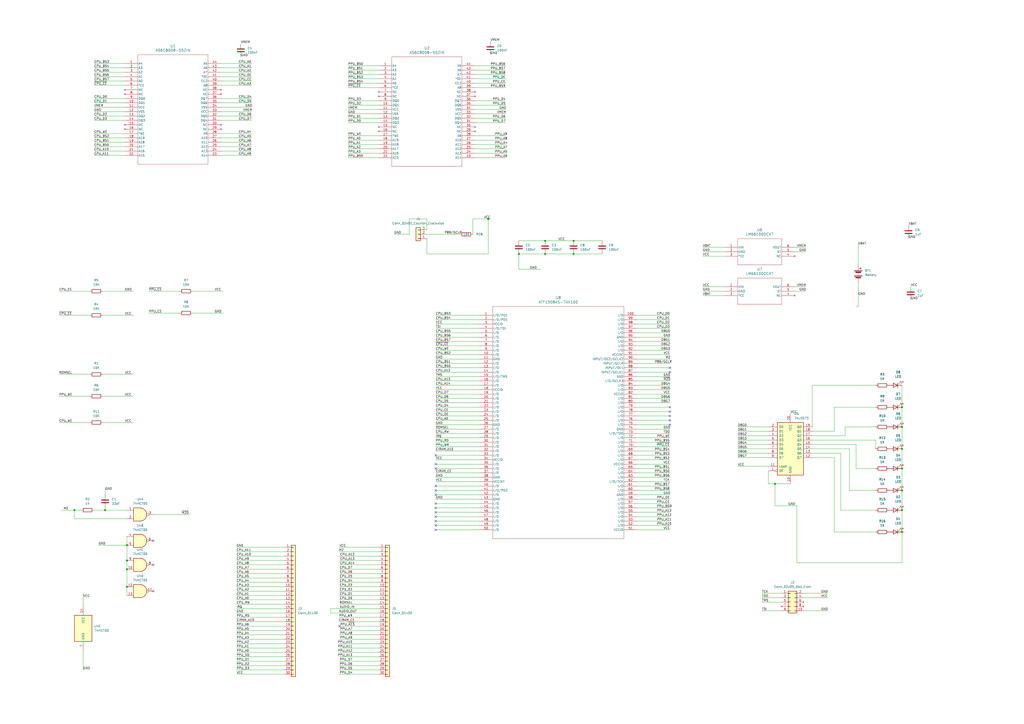
<source format=kicad_sch>
(kicad_sch (version 20231120) (generator "eeschema") (generator_version "8.0")
  (paper "A2")
  (junction (at 73.66 325.12))
  (junction (at 523.24 295.91))
  (junction (at 316.23 147.32))
  (junction (at 300.99 147.32))
  (junction (at 73.66 316.23))
  (junction (at 523.24 308.61))
  (junction (at 449.58 280.67))
  (junction (at 332.74 139.7))
  (junction (at 523.24 236.22))
  (junction (at 523.24 271.78))
  (junction (at 523.24 284.48))
  (junction (at 316.23 139.7))
  (junction (at 283.21 127))
  (junction (at 60.96 295.91))
  (junction (at 73.66 340.36))
  (junction (at 43.18 295.91))
  (junction (at 523.24 247.65))
  (junction (at 73.66 330.2))
  (junction (at 523.24 260.35))
  (junction (at 332.74 147.32))
  (no_connect (at 252.73 294.64))
  (no_connect (at 388.62 236.22))
  (no_connect (at 388.62 243.84))
  (no_connect (at 388.62 241.3))
  (no_connect (at 388.62 215.9))
  (no_connect (at 252.73 284.48))
  (no_connect (at 252.73 281.94))
  (no_connect (at 196.85 363.22))
  (no_connect (at 252.73 297.18))
  (no_connect (at 88.9 342.9))
  (no_connect (at 388.62 213.36))
  (no_connect (at 252.73 304.8))
  (no_connect (at 252.73 264.16))
  (no_connect (at 252.73 292.1))
  (no_connect (at 388.62 238.76))
  (no_connect (at 388.62 246.38))
  (no_connect (at 252.73 287.02))
  (no_connect (at 252.73 307.34))
  (no_connect (at 88.9 327.66))
  (no_connect (at 252.73 271.78))
  (no_connect (at 88.9 313.69))
  (no_connect (at 252.73 269.24))
  (no_connect (at 252.73 299.72))
  (no_connect (at 252.73 302.26))
  (wire (pts (xy 275.59 66.04) (xy 293.37 66.04)))
  (wire (pts (xy 252.73 294.64) (xy 278.13 294.64)))
  (wire (pts (xy 34.29 217.17) (xy 52.07 217.17)))
  (wire (pts (xy 369.57 251.46) (xy 388.62 251.46)))
  (wire (pts (xy 508 284.48) (xy 492.76 284.48)))
  (wire (pts (xy 523.24 247.65) (xy 523.24 260.35)))
  (wire (pts (xy 137.16 345.44) (xy 165.1 345.44)))
  (wire (pts (xy 59.69 182.88) (xy 77.47 182.88)))
  (wire (pts (xy 496.57 257.81) (xy 471.17 257.81)))
  (wire (pts (xy 316.23 139.7) (xy 332.74 139.7)))
  (wire (pts (xy 201.93 38.1) (xy 219.71 38.1)))
  (wire (pts (xy 228.6 135.89) (xy 237.49 135.89)))
  (wire (pts (xy 369.57 248.92) (xy 388.62 248.92)))
  (wire (pts (xy 88.9 298.45) (xy 110.49 298.45)))
  (wire (pts (xy 73.66 295.91) (xy 60.96 295.91)))
  (wire (pts (xy 369.57 208.28) (xy 388.62 208.28)))
  (wire (pts (xy 54.61 59.69) (xy 72.39 59.69)))
  (wire (pts (xy 252.73 251.46) (xy 278.13 251.46)))
  (wire (pts (xy 128.27 64.77) (xy 146.05 64.77)))
  (wire (pts (xy 54.61 64.77) (xy 72.39 64.77)))
  (wire (pts (xy 201.93 86.36) (xy 219.71 86.36)))
  (wire (pts (xy 54.61 36.83) (xy 72.39 36.83)))
  (wire (pts (xy 252.73 261.62) (xy 278.13 261.62)))
  (wire (pts (xy 54.61 90.17) (xy 72.39 90.17)))
  (wire (pts (xy 201.93 81.28) (xy 219.71 81.28)))
  (wire (pts (xy 275.59 40.64) (xy 293.37 40.64)))
  (wire (pts (xy 137.16 370.84) (xy 165.1 370.84)))
  (wire (pts (xy 407.67 146.05) (xy 420.37 146.05)))
  (wire (pts (xy 137.16 320.04) (xy 165.1 320.04)))
  (wire (pts (xy 369.57 287.02) (xy 388.62 287.02)))
  (wire (pts (xy 252.73 289.56) (xy 278.13 289.56)))
  (wire (pts (xy 252.73 241.3) (xy 278.13 241.3)))
  (wire (pts (xy 137.16 386.08) (xy 165.1 386.08)))
  (wire (pts (xy 73.66 330.2) (xy 73.66 340.36)))
  (wire (pts (xy 369.57 193.04) (xy 388.62 193.04)))
  (wire (pts (xy 252.73 243.84) (xy 278.13 243.84)))
  (wire (pts (xy 54.61 69.85) (xy 72.39 69.85)))
  (wire (pts (xy 128.27 87.63) (xy 146.05 87.63)))
  (wire (pts (xy 523.24 326.39) (xy 462.28 326.39)))
  (wire (pts (xy 252.73 218.44) (xy 278.13 218.44)))
  (wire (pts (xy 201.93 45.72) (xy 219.71 45.72)))
  (wire (pts (xy 461.01 166.37) (xy 467.36 166.37)))
  (wire (pts (xy 54.61 44.45) (xy 72.39 44.45)))
  (wire (pts (xy 369.57 279.4) (xy 388.62 279.4)))
  (wire (pts (xy 137.16 365.76) (xy 165.1 365.76)))
  (wire (pts (xy 445.77 273.05) (xy 445.77 280.67)))
  (wire (pts (xy 137.16 355.6) (xy 165.1 355.6)))
  (wire (pts (xy 137.16 325.12) (xy 165.1 325.12)))
  (wire (pts (xy 219.71 370.84) (xy 196.85 370.84)))
  (wire (pts (xy 369.57 304.8) (xy 388.62 304.8)))
  (wire (pts (xy 483.87 250.19) (xy 483.87 236.22)))
  (wire (pts (xy 369.57 233.68) (xy 388.62 233.68)))
  (wire (pts (xy 54.61 41.91) (xy 72.39 41.91)))
  (wire (pts (xy 128.27 59.69) (xy 146.05 59.69)))
  (wire (pts (xy 369.57 226.06) (xy 388.62 226.06)))
  (wire (pts (xy 332.74 139.7) (xy 349.25 139.7)))
  (wire (pts (xy 369.57 256.54) (xy 388.62 256.54)))
  (wire (pts (xy 369.57 292.1) (xy 388.62 292.1)))
  (wire (pts (xy 487.68 262.89) (xy 487.68 295.91)))
  (wire (pts (xy 369.57 231.14) (xy 388.62 231.14)))
  (wire (pts (xy 137.16 327.66) (xy 165.1 327.66)))
  (wire (pts (xy 369.57 259.08) (xy 388.62 259.08)))
  (wire (pts (xy 73.66 311.15) (xy 73.66 316.23)))
  (wire (pts (xy 201.93 91.44) (xy 219.71 91.44)))
  (wire (pts (xy 252.73 231.14) (xy 278.13 231.14)))
  (wire (pts (xy 332.74 147.32) (xy 349.25 147.32)))
  (wire (pts (xy 466.09 344.17) (xy 480.06 344.17)))
  (wire (pts (xy 369.57 220.98) (xy 388.62 220.98)))
  (wire (pts (xy 252.73 246.38) (xy 278.13 246.38)))
  (wire (pts (xy 128.27 77.47) (xy 146.05 77.47)))
  (wire (pts (xy 369.57 203.2) (xy 388.62 203.2)))
  (wire (pts (xy 252.73 200.66) (xy 278.13 200.66)))
  (wire (pts (xy 252.73 276.86) (xy 278.13 276.86)))
  (wire (pts (xy 449.58 280.67) (xy 449.58 293.37)))
  (wire (pts (xy 369.57 302.26) (xy 388.62 302.26)))
  (wire (pts (xy 407.67 171.45) (xy 420.37 171.45)))
  (wire (pts (xy 54.61 77.47) (xy 72.39 77.47)))
  (wire (pts (xy 275.59 81.28) (xy 293.37 81.28)))
  (wire (pts (xy 191.77 353.06) (xy 191.77 355.6)))
  (wire (pts (xy 57.15 316.23) (xy 73.66 316.23)))
  (wire (pts (xy 508 271.78) (xy 496.57 271.78)))
  (wire (pts (xy 252.73 266.7) (xy 278.13 266.7)))
  (wire (pts (xy 137.16 391.16) (xy 165.1 391.16)))
  (wire (pts (xy 427.99 252.73) (xy 445.77 252.73)))
  (wire (pts (xy 252.73 297.18) (xy 278.13 297.18)))
  (wire (pts (xy 219.71 340.36) (xy 196.85 340.36)))
  (wire (pts (xy 54.61 82.55) (xy 72.39 82.55)))
  (wire (pts (xy 316.23 147.32) (xy 332.74 147.32)))
  (wire (pts (xy 219.71 381) (xy 196.85 381)))
  (wire (pts (xy 252.73 304.8) (xy 278.13 304.8)))
  (wire (pts (xy 252.73 210.82) (xy 278.13 210.82)))
  (wire (pts (xy 201.93 71.12) (xy 219.71 71.12)))
  (wire (pts (xy 252.73 193.04) (xy 278.13 193.04)))
  (wire (pts (xy 137.16 342.9) (xy 165.1 342.9)))
  (wire (pts (xy 137.16 358.14) (xy 165.1 358.14)))
  (wire (pts (xy 60.96 295.91) (xy 60.96 294.64)))
  (wire (pts (xy 369.57 215.9) (xy 388.62 215.9)))
  (wire (pts (xy 219.71 368.3) (xy 196.85 368.3)))
  (wire (pts (xy 34.29 182.88) (xy 52.07 182.88)))
  (wire (pts (xy 73.66 325.12) (xy 73.66 330.2)))
  (wire (pts (xy 369.57 190.5) (xy 388.62 190.5)))
  (wire (pts (xy 441.96 344.17) (xy 453.39 344.17)))
  (wire (pts (xy 201.93 88.9) (xy 219.71 88.9)))
  (wire (pts (xy 252.73 198.12) (xy 278.13 198.12)))
  (wire (pts (xy 369.57 284.48) (xy 388.62 284.48)))
  (wire (pts (xy 283.21 127) (xy 284.48 127)))
  (wire (pts (xy 54.61 57.15) (xy 72.39 57.15)))
  (wire (pts (xy 497.84 163.83) (xy 497.84 177.8)))
  (wire (pts (xy 252.73 269.24) (xy 278.13 269.24)))
  (wire (pts (xy 34.29 229.87) (xy 52.07 229.87)))
  (wire (pts (xy 252.73 233.68) (xy 278.13 233.68)))
  (wire (pts (xy 219.71 365.76) (xy 196.85 365.76)))
  (wire (pts (xy 59.69 229.87) (xy 77.47 229.87)))
  (wire (pts (xy 275.59 50.8) (xy 293.37 50.8)))
  (wire (pts (xy 466.09 354.33) (xy 480.06 354.33)))
  (wire (pts (xy 137.16 353.06) (xy 165.1 353.06)))
  (wire (pts (xy 128.27 85.09) (xy 146.05 85.09)))
  (wire (pts (xy 219.71 337.82) (xy 196.85 337.82)))
  (wire (pts (xy 523.24 295.91) (xy 523.24 308.61)))
  (wire (pts (xy 137.16 330.2) (xy 165.1 330.2)))
  (wire (pts (xy 86.36 181.61) (xy 104.14 181.61)))
  (wire (pts (xy 427.99 262.89) (xy 445.77 262.89)))
  (wire (pts (xy 252.73 271.78) (xy 278.13 271.78)))
  (wire (pts (xy 128.27 41.91) (xy 146.05 41.91)))
  (wire (pts (xy 369.57 274.32) (xy 388.62 274.32)))
  (wire (pts (xy 219.71 360.68) (xy 196.85 360.68)))
  (wire (pts (xy 252.73 254) (xy 278.13 254)))
  (wire (pts (xy 471.17 255.27) (xy 508 255.27)))
  (wire (pts (xy 252.73 215.9) (xy 278.13 215.9)))
  (wire (pts (xy 219.71 378.46) (xy 196.85 378.46)))
  (wire (pts (xy 369.57 187.96) (xy 388.62 187.96)))
  (wire (pts (xy 407.67 168.91) (xy 420.37 168.91)))
  (wire (pts (xy 508 247.65) (xy 490.22 247.65)))
  (wire (pts (xy 219.71 342.9) (xy 196.85 342.9)))
  (wire (pts (xy 237.49 135.89) (xy 237.49 127)))
  (wire (pts (xy 369.57 218.44) (xy 388.62 218.44)))
  (wire (pts (xy 275.59 78.74) (xy 293.37 78.74)))
  (wire (pts (xy 252.73 302.26) (xy 278.13 302.26)))
  (wire (pts (xy 461.01 143.51) (xy 467.36 143.51)))
  (wire (pts (xy 137.16 350.52) (xy 165.1 350.52)))
  (wire (pts (xy 252.73 299.72) (xy 278.13 299.72)))
  (wire (pts (xy 427.99 265.43) (xy 445.77 265.43)))
  (wire (pts (xy 369.57 254) (xy 388.62 254)))
  (wire (pts (xy 137.16 378.46) (xy 165.1 378.46)))
  (wire (pts (xy 111.76 181.61) (xy 129.54 181.61)))
  (wire (pts (xy 219.71 373.38) (xy 196.85 373.38)))
  (wire (pts (xy 523.24 284.48) (xy 523.24 295.91)))
  (wire (pts (xy 86.36 168.91) (xy 104.14 168.91)))
  (wire (pts (xy 219.71 375.92) (xy 196.85 375.92)))
  (wire (pts (xy 508 308.61) (xy 483.87 308.61)))
  (wire (pts (xy 219.71 350.52) (xy 196.85 350.52)))
  (wire (pts (xy 300.99 139.7) (xy 316.23 139.7)))
  (wire (pts (xy 275.59 63.5) (xy 293.37 63.5)))
  (wire (pts (xy 201.93 66.04) (xy 219.71 66.04)))
  (wire (pts (xy 252.73 208.28) (xy 278.13 208.28)))
  (wire (pts (xy 60.96 283.21) (xy 60.96 287.02)))
  (wire (pts (xy 247.65 135.89) (xy 266.7 135.89)))
  (wire (pts (xy 34.29 168.91) (xy 52.07 168.91)))
  (wire (pts (xy 369.57 238.76) (xy 388.62 238.76)))
  (wire (pts (xy 441.96 349.25) (xy 453.39 349.25)))
  (wire (pts (xy 54.61 80.01) (xy 72.39 80.01)))
  (wire (pts (xy 219.71 386.08) (xy 196.85 386.08)))
  (wire (pts (xy 508 223.52) (xy 471.17 223.52)))
  (wire (pts (xy 34.29 245.11) (xy 52.07 245.11)))
  (wire (pts (xy 523.24 308.61) (xy 523.24 326.39)))
  (wire (pts (xy 137.16 340.36) (xy 165.1 340.36)))
  (wire (pts (xy 219.71 388.62) (xy 196.85 388.62)))
  (wire (pts (xy 369.57 185.42) (xy 388.62 185.42)))
  (wire (pts (xy 369.57 200.66) (xy 388.62 200.66)))
  (wire (pts (xy 252.73 195.58) (xy 278.13 195.58)))
  (wire (pts (xy 369.57 182.88) (xy 388.62 182.88)))
  (wire (pts (xy 523.24 271.78) (xy 523.24 284.48)))
  (wire (pts (xy 137.16 383.54) (xy 165.1 383.54)))
  (wire (pts (xy 137.16 337.82) (xy 165.1 337.82)))
  (wire (pts (xy 54.61 67.31) (xy 72.39 67.31)))
  (wire (pts (xy 275.59 71.12) (xy 293.37 71.12)))
  (wire (pts (xy 369.57 297.18) (xy 388.62 297.18)))
  (wire (pts (xy 128.27 49.53) (xy 146.05 49.53)))
  (wire (pts (xy 445.77 280.67) (xy 449.58 280.67)))
  (wire (pts (xy 252.73 187.96) (xy 278.13 187.96)))
  (wire (pts (xy 369.57 281.94) (xy 388.62 281.94)))
  (wire (pts (xy 496.57 271.78) (xy 496.57 257.81)))
  (wire (pts (xy 201.93 43.18) (xy 219.71 43.18)))
  (wire (pts (xy 407.67 143.51) (xy 420.37 143.51)))
  (wire (pts (xy 369.57 198.12) (xy 388.62 198.12)))
  (wire (pts (xy 219.71 332.74) (xy 196.85 332.74)))
  (wire (pts (xy 369.57 205.74) (xy 388.62 205.74)))
  (wire (pts (xy 369.57 228.6) (xy 388.62 228.6)))
  (wire (pts (xy 427.99 250.19) (xy 445.77 250.19)))
  (wire (pts (xy 274.32 127) (xy 283.21 127)))
  (wire (pts (xy 275.59 38.1) (xy 293.37 38.1)))
  (wire (pts (xy 252.73 238.76) (xy 278.13 238.76)))
  (wire (pts (xy 369.57 307.34) (xy 388.62 307.34)))
  (wire (pts (xy 274.32 127) (xy 274.32 135.89)))
  (wire (pts (xy 369.57 294.64) (xy 388.62 294.64)))
  (wire (pts (xy 252.73 284.48) (xy 278.13 284.48)))
  (wire (pts (xy 483.87 308.61) (xy 483.87 265.43)))
  (wire (pts (xy 427.99 255.27) (xy 445.77 255.27)))
  (wire (pts (xy 219.71 330.2) (xy 196.85 330.2)))
  (wire (pts (xy 471.17 250.19) (xy 483.87 250.19)))
  (wire (pts (xy 275.59 45.72) (xy 293.37 45.72)))
  (wire (pts (xy 48.26 377.19) (xy 48.26 388.62)))
  (wire (pts (xy 369.57 289.56) (xy 388.62 289.56)))
  (wire (pts (xy 128.27 80.01) (xy 146.05 80.01)))
  (wire (pts (xy 219.71 322.58) (xy 196.85 322.58)))
  (wire (pts (xy 275.59 91.44) (xy 293.37 91.44)))
  (wire (pts (xy 275.59 60.96) (xy 293.37 60.96)))
  (wire (pts (xy 523.24 236.22) (xy 523.24 247.65)))
  (wire (pts (xy 252.73 223.52) (xy 278.13 223.52)))
  (wire (pts (xy 252.73 182.88) (xy 278.13 182.88)))
  (wire (pts (xy 407.67 166.37) (xy 420.37 166.37)))
  (wire (pts (xy 219.71 320.04) (xy 196.85 320.04)))
  (wire (pts (xy 523.24 308.61) (xy 524.51 308.61)))
  (wire (pts (xy 128.27 67.31) (xy 146.05 67.31)))
  (wire (pts (xy 237.49 127) (xy 247.65 127)))
  (wire (pts (xy 59.69 217.17) (xy 77.47 217.17)))
  (wire (pts (xy 407.67 148.59) (xy 420.37 148.59)))
  (wire (pts (xy 275.59 68.58) (xy 293.37 68.58)))
  (wire (pts (xy 252.73 292.1) (xy 278.13 292.1)))
  (wire (pts (xy 492.76 284.48) (xy 492.76 260.35)))
  (wire (pts (xy 219.71 327.66) (xy 196.85 327.66)))
  (wire (pts (xy 128.27 46.99) (xy 146.05 46.99)))
  (wire (pts (xy 252.73 236.22) (xy 278.13 236.22)))
  (wire (pts (xy 275.59 88.9) (xy 293.37 88.9)))
  (wire (pts (xy 427.99 270.51) (xy 445.77 270.51)))
  (wire (pts (xy 219.71 363.22) (xy 196.85 363.22)))
  (wire (pts (xy 54.61 295.91) (xy 60.96 295.91)))
  (wire (pts (xy 137.16 322.58) (xy 165.1 322.58)))
  (wire (pts (xy 369.57 195.58) (xy 388.62 195.58)))
  (wire (pts (xy 252.73 220.98) (xy 278.13 220.98)))
  (wire (pts (xy 461.01 168.91) (xy 467.36 168.91)))
  (wire (pts (xy 490.22 247.65) (xy 490.22 252.73)))
  (wire (pts (xy 449.58 293.37) (xy 462.28 293.37)))
  (wire (pts (xy 201.93 58.42) (xy 219.71 58.42)))
  (wire (pts (xy 427.99 257.81) (xy 445.77 257.81)))
  (wire (pts (xy 73.66 340.36) (xy 73.66 345.44)))
  (wire (pts (xy 201.93 68.58) (xy 219.71 68.58)))
  (wire (pts (xy 466.09 346.71) (xy 480.06 346.71)))
  (wire (pts (xy 137.16 375.92) (xy 165.1 375.92)))
  (wire (pts (xy 137.16 368.3) (xy 165.1 368.3)))
  (wire (pts (xy 219.71 317.5) (xy 196.85 317.5)))
  (wire (pts (xy 252.73 248.92) (xy 278.13 248.92)))
  (wire (pts (xy 300.99 147.32) (xy 300.99 156.21)))
  (wire (pts (xy 43.18 295.91) (xy 46.99 295.91)))
  (wire (pts (xy 369.57 223.52) (xy 388.62 223.52)))
  (wire (pts (xy 54.61 85.09) (xy 72.39 85.09)))
  (wire (pts (xy 128.27 39.37) (xy 146.05 39.37)))
  (wire (pts (xy 490.22 252.73) (xy 471.17 252.73)))
  (wire (pts (xy 523.24 223.52) (xy 523.24 236.22)))
  (wire (pts (xy 201.93 60.96) (xy 219.71 60.96)))
  (wire (pts (xy 252.73 287.02) (xy 278.13 287.02)))
  (wire (pts (xy 201.93 48.26) (xy 219.71 48.26)))
  (wire (pts (xy 137.16 347.98) (xy 165.1 347.98)))
  (wire (pts (xy 137.16 360.68) (xy 165.1 360.68)))
  (wire (pts (xy 275.59 58.42) (xy 293.37 58.42)))
  (wire (pts (xy 252.73 203.2) (xy 278.13 203.2)))
  (wire (pts (xy 300.99 147.32) (xy 316.23 147.32)))
  (wire (pts (xy 300.99 156.21) (xy 313.69 156.21)))
  (wire (pts (xy 483.87 265.43) (xy 471.17 265.43)))
  (wire (pts (xy 219.71 347.98) (xy 196.85 347.98)))
  (wire (pts (xy 523.24 260.35) (xy 523.24 271.78)))
  (wire (pts (xy 201.93 63.5) (xy 219.71 63.5)))
  (wire (pts (xy 252.73 256.54) (xy 278.13 256.54)))
  (wire (pts (xy 369.57 243.84) (xy 388.62 243.84)))
  (wire (pts (xy 487.68 295.91) (xy 508 295.91)))
  (wire (pts (xy 128.27 44.45) (xy 146.05 44.45)))
  (wire (pts (xy 201.93 40.64) (xy 219.71 40.64)))
  (wire (pts (xy 252.73 185.42) (xy 278.13 185.42)))
  (wire (pts (xy 275.59 48.26) (xy 293.37 48.26)))
  (wire (pts (xy 59.69 245.11) (xy 77.47 245.11)))
  (wire (pts (xy 496.57 177.8) (xy 497.84 177.8)))
  (wire (pts (xy 43.18 300.99) (xy 43.18 295.91)))
  (wire (pts (xy 48.26 344.17) (xy 48.26 351.79)))
  (wire (pts (xy 252.73 264.16) (xy 278.13 264.16)))
  (wire (pts (xy 219.71 383.54) (xy 196.85 383.54)))
  (wire (pts (xy 191.77 353.06) (xy 219.71 353.06)))
  (wire (pts (xy 369.57 269.24) (xy 388.62 269.24)))
  (wire (pts (xy 252.73 213.36) (xy 278.13 213.36)))
  (wire (pts (xy 497.84 140.97) (xy 497.84 153.67)))
  (wire (pts (xy 283.21 147.32) (xy 283.21 127)))
  (wire (pts (xy 128.27 36.83) (xy 146.05 36.83)))
  (wire (pts (xy 462.28 326.39) (xy 462.28 293.37)))
  (wire (pts (xy 252.73 281.94) (xy 278.13 281.94)))
  (wire (pts (xy 137.16 381) (xy 165.1 381)))
  (wire (pts (xy 191.77 355.6) (xy 219.71 355.6)))
  (wire (pts (xy 54.61 39.37) (xy 72.39 39.37)))
  (wire (pts (xy 128.27 57.15) (xy 146.05 57.15)))
  (wire (pts (xy 252.73 190.5) (xy 278.13 190.5)))
  (wire (pts (xy 54.61 46.99) (xy 72.39 46.99)))
  (wire (pts (xy 369.57 236.22) (xy 388.62 236.22)))
  (wire (pts (xy 128.27 62.23) (xy 146.05 62.23)))
  (wire (pts (xy 128.27 69.85) (xy 146.05 69.85)))
  (wire (pts (xy 369.57 210.82) (xy 388.62 210.82)))
  (wire (pts (xy 247.65 147.32) (xy 283.21 147.32)))
  (wire (pts (xy 252.73 228.6) (xy 278.13 228.6)))
  (wire (pts (xy 275.59 83.82) (xy 293.37 83.82)))
  (wire (pts (xy 137.16 363.22) (xy 165.1 363.22)))
  (wire (pts (xy 252.73 307.34) (xy 278.13 307.34)))
  (wire (pts (xy 137.16 335.28) (xy 165.1 335.28)))
  (wire (pts (xy 483.87 236.22) (xy 508 236.22)))
  (wire (pts (xy 219.71 358.14) (xy 196.85 358.14)))
  (wire (pts (xy 137.16 388.62) (xy 165.1 388.62)))
  (wire (pts (xy 73.66 316.23) (xy 73.66 325.12)))
  (wire (pts (xy 471.17 223.52) (xy 471.17 247.65)))
  (wire (pts (xy 427.99 247.65) (xy 445.77 247.65)))
  (wire (pts (xy 73.66 300.99) (xy 43.18 300.99)))
  (wire (pts (xy 54.61 49.53) (xy 72.39 49.53)))
  (wire (pts (xy 54.61 62.23) (xy 72.39 62.23)))
  (wire (pts (xy 275.59 43.18) (xy 293.37 43.18)))
  (wire (pts (xy 369.57 241.3) (xy 388.62 241.3)))
  (wire (pts (xy 441.96 354.33) (xy 453.39 354.33)))
  (wire (pts (xy 219.71 345.44) (xy 196.85 345.44)))
  (wire (pts (xy 219.71 325.12) (xy 196.85 325.12)))
  (wire (pts (xy 54.61 87.63) (xy 72.39 87.63)))
  (wire (pts (xy 35.56 295.91) (xy 43.18 295.91)))
  (wire (pts (xy 449.58 280.67) (xy 458.47 280.67)))
  (wire (pts (xy 441.96 346.71) (xy 453.39 346.71)))
  (wire (pts (xy 137.16 317.5) (xy 165.1 317.5)))
  (wire (pts (xy 369.57 264.16) (xy 388.62 264.16)))
  (wire (pts (xy 111.76 168.91) (xy 129.54 168.91)))
  (wire (pts (xy 252.73 279.4) (xy 278.13 279.4)))
  (wire (pts (xy 508 255.27) (xy 508 260.35)))
  (wire (pts (xy 201.93 83.82) (xy 219.71 83.82)))
  (wire (pts (xy 201.93 50.8) (xy 219.71 50.8)))
  (wire (pts (xy 492.76 260.35) (xy 471.17 260.35)))
  (wire (pts (xy 252.73 274.32) (xy 278.13 274.32)))
  (wire (pts (xy 461.01 146.05) (xy 467.36 146.05)))
  (wire (pts (xy 369.57 246.38) (xy 388.62 246.38)))
  (wire (pts (xy 137.16 373.38) (xy 165.1 373.38)))
  (wire (pts (xy 369.57 271.78) (xy 388.62 271.78)))
  (wire (pts (xy 369.57 299.72) (xy 388.62 299.72)))
  (wire (pts (xy 128.27 90.17) (xy 146.05 90.17)))
  (wire (pts (xy 252.73 259.08) (xy 278.13 259.08)))
  (wire (pts (xy 369.57 266.7) (xy 388.62 266.7)))
  (wire (pts (xy 219.71 391.16) (xy 196.85 391.16)))
  (wire (pts (xy 471.17 262.89) (xy 487.68 262.89)))
  (wire (pts (xy 369.57 213.36) (xy 388.62 213.36)))
  (wire (pts (xy 275.59 86.36) (xy 293.37 86.36)))
  (wire (pts (xy 137.16 332.74) (xy 165.1 332.74)))
  (wire (pts (xy 128.27 82.55) (xy 146.05 82.55)))
  (wire (pts (xy 252.73 226.06) (xy 278.13 226.06)))
  (wire (pts (xy 219.71 335.28) (xy 196.85 335.28)))
  (wire (pts (xy 247.65 127) (xy 247.65 133.35)))
  (wire (pts (xy 201.93 78.74) (xy 219.71 78.74)))
  (wire (pts (xy 252.73 205.74) (xy 278.13 205.74)))
  (wire (pts (xy 59.69 168.91) (xy 77.47 168.91)))
  (wire (pts (xy 369.57 276.86) (xy 388.62 276.86)))
  (wire (pts (xy 247.65 138.43) (xy 247.65 147.32)))
  (wire (pts (xy 427.99 260.35) (xy 445.77 260.35)))
  (wire (pts (xy 369.57 261.62) (xy 388.62 261.62)))
  (label "GND" (at 142.24 62.23 0))
  (label "CPU_OE" (at 138.43 44.45 0))
  (label "VMEM" (at 201.93 63.5 0))
  (label "PPU_BS7" (at 284.48 40.64 0))
  (label "PPU_D7" (at 285.75 71.12 0))
  (label "CIRAM_CE" (at 252.73 274.32 0))
  (label "GND" (at 48.26 388.62 0))
  (label "VMEM" (at 54.61 62.23 0))
  (label "TMS" (at 441.96 349.25 0))
  (label "PPU_RD" (at 252.73 256.54 0))
  (label "PPU_WE" (at 34.29 229.87 0))
  (label "CIRAM_A10" (at 252.73 261.62 0))
  (label "CPU_BS6" (at 252.73 195.58 0))
  (label "GND" (at 407.67 146.05 0))
  (label "PPU_BS6" (at 379.73 276.86 0))
  (label "CPU_D2" (at 204.47 342.9 180))
  (label "CPU_A12" (at 205.74 322.58 180))
  (label "VCC" (at 458.47 240.03 0))
  (label "PPU_A11" (at 204.47 375.92 180))
  (label "VCC" (at 427.99 270.51 0))
  (label "PPU_BS6" (at 284.48 38.1 0))
  (label "VCC" (at 252.73 226.06 0))
  (label "GND" (at 284.48 31.75 0))
  (label "PPU_BS2" (at 379.73 266.7 0))
  (label "GND" (at 476.25 344.17 0))
  (label "PPU_D0" (at 137.16 381 0))
  (label "PPU_A0" (at 201.93 81.28 0))
  (label "CPU_BS3" (at 252.73 182.88 0))
  (label "~{M2D}" (at 384.81 220.98 0))
  (label "DBG7" (at 427.99 265.43 0))
  (label "CPU_A5" (at 137.16 335.28 0))
  (label "GND" (at 252.73 208.28 0))
  (label "VCC" (at 48.26 346.71 0))
  (label "CPU_D0" (at 204.47 347.98 180))
  (label "PPU_A10" (at 381 304.8 0))
  (label "PPU_WR" (at 252.73 259.08 0))
  (label "GND" (at 137.16 355.6 0))
  (label "PPU_D7" (at 204.47 383.54 180))
  (label "GND" (at 57.15 316.23 0))
  (label "PPU_D4" (at 204.47 391.16 180))
  (label "GND" (at 384.81 287.02 0))
  (label "DBG6" (at 427.99 262.89 0))
  (label "GND" (at 384.81 218.44 0))
  (label "VCC" (at 72.39 182.88 0))
  (label "~{PPU_CE}" (at 201.93 50.8 0))
  (label "PPU_BS9" (at 381 294.64 0))
  (label "CPU_CE" (at 34.29 168.91 0))
  (label "PPU_A1" (at 137.16 375.92 0))
  (label "ROMSEL" (at 204.47 350.52 180))
  (label "CPU_A7" (at 137.16 330.2 0))
  (label "PPU_A7" (at 287.02 86.36 0))
  (label "VCC" (at 323.85 139.7 0))
  (label "GND" (at 72.39 168.91 0))
  (label "PPU_D5" (at 204.47 388.62 180))
  (label "PPU_A3" (at 137.16 370.84 0))
  (label "PPU_A9" (at 287.02 78.74 0))
  (label "VCC" (at 528.32 166.37 0))
  (label "PPU_D1" (at 137.16 383.54 0))
  (label "DBG3" (at 427.99 255.27 0))
  (label "GND" (at 463.55 146.05 0))
  (label "PPU_BS7" (at 379.73 281.94 0))
  (label "PPU_D5" (at 285.75 60.96 0))
  (label "PPU_A0" (at 137.16 378.46 0))
  (label "CPU_A9" (at 138.43 90.17 0))
  (label "PPU_CE" (at 86.36 181.61 0))
  (label "TMS" (at 252.73 218.44 0))
  (label "CPU_BS7" (at 54.61 46.99 0))
  (label "CPU_D0" (at 54.61 57.15 0))
  (label "CPU_BS4" (at 252.73 185.42 0))
  (label "CPU_BS4" (at 54.61 39.37 0))
  (label "VBAT" (at 527.05 130.81 0))
  (label "~{M2D}" (at 105.41 298.45 0))
  (label "CPU_A2" (at 138.43 41.91 0))
  (label "DBG7" (at 383.54 233.68 0))
  (label "CPU_A13" (at 252.73 220.98 0))
  (label "CPU_A4" (at 138.43 77.47 0))
  (label "CPU_D6" (at 138.43 67.31 0))
  (label "~{CPU_CE}" (at 54.61 49.53 0))
  (label "PPU_BS0" (at 201.93 38.1 0))
  (label "~{CPU_CE}" (at 252.73 200.66 0))
  (label "TCK" (at 441.96 344.17 0))
  (label "PPU_A6" (at 287.02 91.44 0))
  (label "PPU_D6" (at 285.75 68.58 0))
  (label "CIRAM_A10" (at 137.16 360.68 0))
  (label "VCC" (at 407.67 148.59 0))
  (label "VCC" (at 252.73 187.96 0))
  (label "PPU_BS8" (at 379.73 284.48 0))
  (label "PPU_CE" (at 285.75 48.26 0))
  (label "CPU_A0" (at 138.43 36.83 0))
  (label "GND" (at 201.93 66.04 0))
  (label "CPU_RW" (at 252.73 251.46 0))
  (label "CPU_WE" (at 34.29 245.11 0))
  (label "VMEM" (at 288.29 66.04 0))
  (label "CPU_D2" (at 54.61 67.31 0))
  (label "CPU_D4" (at 138.43 57.15 0))
  (label "CPU_A1" (at 137.16 345.44 0))
  (label "VCC" (at 124.46 168.91 0))
  (label "CPU_A3" (at 138.43 49.53 0))
  (label "VCC" (at 384.81 269.24 0))
  (label "PPU_A11" (at 381 302.26 0))
  (label "CPU_BS2" (at 252.73 205.74 0))
  (label "VMEM" (at 140.97 64.77 0))
  (label "CPU_A11" (at 54.61 90.17 0))
  (label "CPU_BS5" (at 54.61 41.91 0))
  (label "CPU_BS1" (at 252.73 210.82 0))
  (label "GND" (at 252.73 289.56 0))
  (label "TDI" (at 252.73 190.5 0))
  (label "CPU_A1" (at 138.43 39.37 0))
  (label "DBG4" (at 383.54 223.52 0))
  (label "CPU_CE" (at 252.73 238.76 0))
  (label "M2" (at 386.08 208.28 0))
  (label "DBG5" (at 383.54 226.06 0))
  (label "CPU_D5" (at 252.73 233.68 0))
  (label "CPU_BS1" (at 54.61 82.55 0))
  (label "CPU_D5" (at 138.43 59.69 0))
  (label "VMEM" (at 139.7 25.4 0))
  (label "CPU_A0" (at 252.73 243.84 0))
  (label "CIRAM_CE" (at 205.74 360.68 180))
  (label "PPU_BS1" (at 379.73 271.78 0))
  (label "CPU_D5" (at 204.47 335.28 180))
  (label "DBG5" (at 427.99 260.35 0))
  (label "CPU_A14" (at 205.74 327.66 180))
  (label "CPU_A3" (at 137.16 340.36 0))
  (label "DBG3" (at 383.54 203.2 0))
  (label "IRQ" (at 252.73 254 0))
  (label "DBG4" (at 427.99 257.81 0))
  (label "CPU_D3" (at 381 190.5 0))
  (label "VBAT" (at 407.67 171.45 0))
  (label "M2" (at 199.39 320.04 180))
  (label "GND" (at 289.56 63.5 0))
  (label "CPU_D3" (at 54.61 69.85 0))
  (label "PPU_A4" (at 287.02 83.82 0))
  (label "PPU_BS5" (at 379.73 256.54 0))
  (label "PPU_A8" (at 204.47 368.3 180))
  (label "VCC" (at 384.81 205.74 0))
  (label "DBG1" (at 383.54 198.12 0))
  (label "CPU_A8" (at 138.43 87.63 0))
  (label "CPU_WE" (at 252.73 203.2 0))
  (label "CPU_WE" (at 54.61 77.47 0))
  (label "PPU_A7" (at 204.47 365.76 180))
  (label "CPU_BS2" (at 54.61 80.01 0))
  (label "TCK" (at 384.81 279.4 0))
  (label "VCC" (at 200.66 317.5 180))
  (label "VCC" (at 252.73 266.7 0))
  (label "CPU_BS0" (at 252.73 213.36 0))
  (label "PPU_D3" (at 201.93 58.42 0))
  (label "PPU_A5" (at 287.02 88.9 0))
  (label "GND" (at 463.55 168.91 0))
  (label "DBG2" (at 383.54 200.66 0))
  (label "PPU_A6" (at 137.16 363.22 0))
  (label "VCC" (at 137.16 391.16 0))
  (label "PPU_A10" (at 204.47 373.38 180))
  (label "GND" (at 307.34 156.21 0))
  (label "DBG6" (at 383.54 231.14 0))
  (label "PPU_A2" (at 137.16 373.38 0))
  (label "PPU_A1" (at 201.93 83.82 0))
  (label "VMEM" (at 462.28 166.37 0))
  (label "PPU_RD" (at 137.16 358.14 0))
  (label "DBG2" (at 427.99 252.73 0))
  (label "ROMSEL" (at 34.29 217.17 0))
  (label "VMEM" (at 284.48 24.13 0))
  (label "CPU_A10" (at 137.16 322.58 0))
  (label "PPU_A9" (at 204.47 370.84 180))
  (label "~{PPU_CE}" (at 381 259.08 0))
  (label "CPU_D0" (at 381 182.88 0))
  (label "~{CPU_CE}" (at 34.29 182.88 0))
  (label "PPU_A2" (at 201.93 86.36 0))
  (label "CPU_D4" (at 252.73 236.22 0))
  (label "TDI" (at 441.96 354.33 0))
  (label "PPU_BS8" (at 284.48 43.18 0))
  (label "PPU_D3" (at 137.16 388.62 0))
  (label "GND" (at 137.16 317.5 0))
  (label "CPU_D6" (at 252.73 231.14 0))
  (label "PPU_WE" (at 201.93 78.74 0))
  (label "CPU_D6" (at 204.47 332.74 180))
  (label "VCC" (at 384.81 307.34 0))
  (label "CPU_RW" (at 137.16 350.52 0))
  (label "CPU_A12" (at 252.73 215.9 0))
  (label "DBG0" (at 427.99 247.65 0))
  (label "GND" (at 252.73 276.86 0))
  (label "CPU_BS7" (at 252.73 198.12 0))
  (label "AUDIO_IN" (at 205.74 353.06 180))
  (label "CPU_A7" (at 138.43 85.09 0))
  (label "PPU_OE" (at 285.75 45.72 0))
  (label "PPU_A3" (at 201.93 88.9 0))
  (label "VCC" (at 72.39 245.11 0))
  (label "VCC" (at 384.81 228.6 0))
  (label "PPU_BS9" (at 284.48 50.8 0))
  (label "CPU_A14" (at 252.73 223.52 0))
  (label "VCC" (at 72.39 217.17 0))
  (label "PPU_BS3" (at 379.73 264.16 0))
  (label "CPU_A10" (at 54.61 87.63 0))
  (label "CPU_A0" (at 137.16 347.98 0))
  (label "VCC" (at 252.73 279.4 0))
  (label "CPU_OE" (at 252.73 241.3 0))
  (label "ROMSEL" (at 252.73 248.92 0))
  (label "PPU_D4" (at 285.75 58.42 0))
  (label "GND" (at 497.84 171.45 0))
  (label "CPU_A8" (at 137.16 327.66 0))
  (label "CPU_D2" (at 381 187.96 0))
  (label "~{PPU_CE}" (at 86.36 168.91 0))
  (label "GND" (at 384.81 195.58 0))
  (label "CPU_BS5" (at 252.73 193.04 0))
  (label "PPU_BS4" (at 379.73 261.62 0))
  (label "CPU_A13" (at 205.74 325.12 180))
  (label "CPU_A2" (at 137.16 342.9 0))
  (label "PPU_D2" (at 137.16 386.08 0))
  (label "CPU_D7" (at 138.43 69.85 0))
  (label "PPU_BS5" (at 201.93 91.44 0))
  (label "VCC" (at 476.25 346.71 0))
  (label "CPU_D7" (at 204.47 330.2 180))
  (label "AUDIO_OUT" (at 207.01 355.6 180))
  (label "PPU_D1" (at 201.93 68.58 0))
  (label "M2" (at 36.83 295.91 0))
  (label "GND" (at 527.05 138.43 0))
  (label "CPU_A11" (at 137.16 320.04 0))
  (label "CPU_BS6" (at 54.61 44.45 0))
  (label "CPU_A9" (at 137.16 325.12 0))
  (label "GND" (at 228.6 135.89 0))
  (label "CPU_D1" (at 204.47 345.44 180))
  (label "GND" (at 252.73 246.38 0))
  (label "CPU_BS3" (at 54.61 36.83 0))
  (label "CPU_CE" (at 138.43 46.99 0))
  (label "PPU_BS3" (at 201.93 45.72 0))
  (label "GND" (at 139.7 33.02 0))
  (label "PPU_BS1" (at 201.93 40.64 0))
  (label "PPU_WE" (at 381 254 0))
  (label "DBG0" (at 383.54 193.04 0))
  (label "TDO" (at 441.96 346.71 0))
  (label "CPU_A6" (at 138.43 82.55 0))
  (label "CPU_A5" (at 138.43 80.01 0))
  (label "PPU_D6" (at 204.47 386.08 180))
  (label "DBG1" (at 427.99 250.19 0))
  (label "PPU_A12" (at 381 299.72 0))
  (label "GND" (at 124.46 181.61 0))
  (label "GND" (at 54.61 64.77 0))
  (label "PPU_A4" (at 137.16 368.3 0))
  (label "IRQ" (at 137.16 353.06 0))
  (label "PPU_A13" (at 204.47 381 180))
  (label "PPU_~{A13}" (at 205.74 363.22 180))
  (label "CPU_A4" (at 137.16 337.82 0))
  (label "VCC" (at 407.67 166.37 0))
  (label "P89{slash}GCLR" (at 257.81 135.89 0))
  (label "PPU_A13" (at 381 297.18 0))
  (label "CPU_D4" (at 204.47 337.82 180))
  (label "PPU_BS4" (at 201.93 48.26 0))
  (label "PPU_WR" (at 204.47 358.14 180))
  (label "GND" (at 384.81 248.92 0))
  (label "CPU_D1" (at 54.61 59.69 0))
  (label "PPU_D0" (at 201.93 71.12 0))
  (label "PPU_A5" (at 137.16 365.76 0))
  (label "VCC" (at 72.39 229.87 0))
  (label "VBAT" (at 407.67 143.51 0))
  (label "PPU_CE" (at 381 292.1 0))
  (label "CPU_A6" (at 137.16 332.74 0))
  (label "CPU_D7" (at 252.73 228.6 0))
  (label "GND" (at 457.2 293.37 0))
  (label "VMEM" (at 462.28 143.51 0))
  (label "VBAT" (at 497.84 142.24 0))
  (label "TDO" (at 384.81 251.46 0))
  (label "GND" (at 476.25 354.33 0))
  (label "PPU_BS2" (at 201.93 43.18 0))
  (label "GND" (at 60.96 284.48 0))
  (label "GND" (at 407.67 168.91 0))
  (label "VCC" (at 280.67 127 0))
  (label "P89{slash}GCLR" (at 379.73 210.82 0))
  (label "CPU_D3" (at 204.47 340.36 180))
  (label "PPU_D2" (at 201.93 60.96 0))
  (label "PPU_OE" (at 381 289.56 0))
  (label "PPU_A12" (at 204.47 378.46 180))
  (label "CPU_BS0" (at 54.61 85.09 0))
  (label "CPU_D1" (at 381 185.42 0))
  (label "PPU_A8" (at 287.02 81.28 0))
  (label "PPU_BS0" (at 379.73 274.32 0))
  (label "GND" (at 528.32 173.99 0))
  (symbol (lib_id "Connector_Generic:Conn_01x03") (at 242.57 135.89 180) (unit 1)
    (property "Reference" "J4" (at 242.57 127 0))
    (property "Value" "Conn_02x01_Counter_Clockwise" (at 242.57 129.54 0))
    (property "Footprint" "Connector_PinHeader_2.54mm:PinHeader_1x03_P2.54mm_Vertical" (effects (hide yes)))
    (property "Description" "Generic connector, single row, 01x03, script generated (kicad-library-utils/schlib/autogen/connector/)" (effects (hide yes)))
  )
  (symbol (lib_id "Device:R") (at 270.51 135.89 90) (unit 1)
    (property "Reference" "R18" (at 278.13 135.89 90))
    (property "Value" "10K" (at 270.51 135.89 90))
    (property "Footprint" "Resistor_SMD:R_0603_1608Metric" (effects (hide yes)))
  )
  (symbol (lib_id "74xx:74HCT00") (at 81.28 313.69 0) (unit 2)
    (property "Reference" "U4" (at 81.2717 304.8 0))
    (property "Value" "74HCT00" (at 81.2717 307.34 0))
    (property "Footprint" "Package_SO:TSSOP-14_4.4x5mm_P0.65mm" (effects (hide yes)))
    (property "Datasheet" "http://www.ti.com/lit/gpn/sn74hct00" (effects (hide yes)))
  )
  (symbol (lib_id "Device:R") (at 107.95 168.91 90) (unit 1)
    (property "Reference" "R7" (at 107.95 162.56 90))
    (property "Value" "10K" (at 107.95 165.1 90))
    (property "Footprint" "Resistor_SMD:R_0603_1608Metric" (effects (hide yes)))
  )
  (symbol (lib_id "Device:R") (at 55.88 168.91 90) (unit 1)
    (property "Reference" "R5" (at 55.88 162.56 90))
    (property "Value" "10K" (at 55.88 165.1 90))
    (property "Footprint" "Resistor_SMD:R_0603_1608Metric" (effects (hide yes)))
  )
  (symbol (lib_id "Device:C") (at 528.32 170.18 0) (unit 1)
    (property "Reference" "C7" (at 532.13 168.91 0) (effects (justify left)))
    (property "Value" "1uF" (at 532.13 171.45 0) (effects (justify left)))
    (property "Footprint" "Capacitor_SMD:C_0805_2012Metric" (effects (hide yes)))
  )
  (symbol (lib_id "Connector_Generic:Conn_01x30") (at 224.79 353.06 0) (unit 1)
    (property "Reference" "J5" (at 227.33 353.06 0) (effects (justify left)))
    (property "Value" "Conn_01x30" (at 227.33 355.6 0) (effects (justify left)))
    (property "Footprint" "Connector_PinHeader_2.54mm:PinHeader_1x30_P2.54mm_Vertical" (effects (hide yes)))
  )
  (symbol (lib_id "Device:R") (at 511.81 295.91 90) (unit 1)
    (property "Reference" "R15" (at 511.81 289.56 90))
    (property "Value" "1K" (at 511.81 292.1 90))
    (property "Footprint" "Resistor_SMD:R_0603_1608Metric" (effects (hide yes)))
  )
  (symbol (lib_id "Device:C") (at 316.23 143.51 0) (unit 1)
    (property "Reference" "C3" (at 320.04 142.24 0) (effects (justify left)))
    (property "Value" "100nF" (at 320.04 144.78 0) (effects (justify left)))
    (property "Footprint" "Capacitor_SMD:C_0603_1608Metric" (effects (hide yes)))
  )
  (symbol (lib_id "Device:LED") (at 519.43 223.52 180) (unit 1)
    (property "Reference" "D8" (at 521.0175 215.9 0))
    (property "Value" "LED" (at 521.0175 218.44 0))
    (property "Footprint" "LED_SMD:LED_0603_1608Metric" (effects (hide yes)))
  )
  (symbol (lib_id "Device:R") (at 511.81 223.52 90) (unit 1)
    (property "Reference" "R3" (at 511.81 217.17 90))
    (property "Value" "1K" (at 511.81 219.71 90))
    (property "Footprint" "Resistor_SMD:R_0603_1608Metric" (effects (hide yes)))
  )
  (symbol (lib_id "Connector_Generic:Conn_02x05_Odd_Even") (at 458.47 349.25 0) (unit 1)
    (property "Reference" "J2" (at 459.74 337.82 0))
    (property "Value" "Conn_02x05_Odd_Even" (at 459.74 340.36 0))
    (property "Footprint" "Connector_PinHeader_2.54mm:PinHeader_2x05_P2.54mm_Vertical" (effects (hide yes)))
  )
  (symbol (lib_id "Device:C") (at 332.74 143.51 0) (unit 1)
    (property "Reference" "C8" (at 336.55 142.24 0) (effects (justify left)))
    (property "Value" "100nF" (at 336.55 144.78 0) (effects (justify left)))
    (property "Footprint" "Capacitor_SMD:C_0603_1608Metric" (effects (hide yes)))
  )
  (symbol (lib_id "Device:LED") (at 519.43 284.48 180) (unit 1)
    (property "Reference" "D3" (at 521.0175 276.86 0))
    (property "Value" "LED" (at 521.0175 279.4 0))
    (property "Footprint" "LED_SMD:LED_0603_1608Metric" (effects (hide yes)))
  )
  (symbol (lib_id "Device:C") (at 300.99 143.51 0) (unit 1)
    (property "Reference" "C2" (at 304.8 142.24 0) (effects (justify left)))
    (property "Value" "100nF" (at 304.8 144.78 0) (effects (justify left)))
    (property "Footprint" "Capacitor_SMD:C_0603_1608Metric" (effects (hide yes)))
  )
  (symbol (lib_name "Conn_01x30_1") (lib_id "Connector_Generic:Conn_01x30") (at 170.18 353.06 0) (unit 1)
    (property "Reference" "J3" (at 172.72 353.06 0) (effects (justify left)))
    (property "Value" "Conn_01x30" (at 172.72 355.6 0) (effects (justify left)))
    (property "Footprint" "Connector_PinHeader_2.54mm:PinHeader_1x30_P2.54mm_Vertical" (effects (hide yes)))
  )
  (symbol (lib_id "Device:C") (at 349.25 143.51 0) (unit 1)
    (property "Reference" "C9" (at 353.06 142.24 0) (effects (justify left)))
    (property "Value" "100nF" (at 353.06 144.78 0) (effects (justify left)))
    (property "Footprint" "Capacitor_SMD:C_0603_1608Metric" (effects (hide yes)))
  )
  (symbol (lib_id "LM66100:LM66100DCKT") (at 420.37 166.37 0) (unit 1)
    (property "Reference" "U7" (at 440.69 156.21 0) (effects (font (size 1.524 1.524))))
    (property "Value" "LM66100DCKT" (at 440.69 158.75 0) (effects (font (size 1.524 1.524))))
    (property "Footprint" "Package_TO_SOT_SMD:SOT-363_SC-70-6" (effects (hide yes)))
    (property "Datasheet" "LM66100DCKT" (effects (hide yes)))
  )
  (symbol (lib_id "Device:LED") (at 519.43 308.61 180) (unit 1)
    (property "Reference" "D1" (at 521.0175 300.99 0))
    (property "Value" "LED" (at 521.0175 303.53 0))
    (property "Footprint" "LED_SMD:LED_0603_1608Metric" (effects (hide yes)))
  )
  (symbol (lib_id "Device:C") (at 139.7 29.21 0) (unit 1)
    (property "Reference" "C4" (at 143.51 27.94 0) (effects (justify left)))
    (property "Value" "100nF" (at 143.51 30.48 0) (effects (justify left)))
    (property "Footprint" "Capacitor_SMD:C_0603_1608Metric" (effects (hide yes)))
  )
  (symbol (lib_id "Device:LED") (at 519.43 271.78 180) (unit 1)
    (property "Reference" "D4" (at 521.0175 264.16 0))
    (property "Value" "LED" (at 521.0175 266.7 0))
    (property "Footprint" "LED_SMD:LED_0603_1608Metric" (effects (hide yes)))
  )
  (symbol (lib_id "74xx:74HCT00") (at 81.28 342.9 0) (unit 4)
    (property "Reference" "U4" (at 81.2717 334.01 0))
    (property "Value" "74HCT00" (at 81.2717 336.55 0))
    (property "Footprint" "Package_SO:TSSOP-14_4.4x5mm_P0.65mm" (effects (hide yes)))
    (property "Datasheet" "http://www.ti.com/lit/gpn/sn74hct00" (effects (hide yes)))
  )
  (symbol (lib_id "Device:LED") (at 519.43 295.91 180) (unit 1)
    (property "Reference" "D2" (at 521.0175 288.29 0))
    (property "Value" "LED" (at 521.0175 290.83 0))
    (property "Footprint" "LED_SMD:LED_0603_1608Metric" (effects (hide yes)))
  )
  (symbol (lib_id "Device:LED") (at 519.43 260.35 180) (unit 1)
    (property "Reference" "D5" (at 521.0175 252.73 0))
    (property "Value" "LED" (at 521.0175 255.27 0))
    (property "Footprint" "LED_SMD:LED_0603_1608Metric" (effects (hide yes)))
  )
  (symbol (lib_id "AS6C8008:AS6C8008-55ZIN") (at 72.39 36.83 0) (unit 1)
    (property "Reference" "U1" (at 100.33 26.67 0) (effects (font (size 1.524 1.524))))
    (property "Value" "AS6C8008-55ZIN" (at 100.33 29.21 0) (effects (font (size 1.524 1.524))))
    (property "Footprint" "Package_SO:TSOP-II-44_10.16x18.41mm_P0.8mm" (effects (hide yes)))
    (property "Datasheet" "AS6C8008-55ZIN" (effects (hide yes)))
  )
  (symbol (lib_id "Device:R") (at 511.81 308.61 90) (unit 1)
    (property "Reference" "R16" (at 511.81 302.26 90))
    (property "Value" "1K" (at 511.81 304.8 90))
    (property "Footprint" "Resistor_SMD:R_0603_1608Metric" (effects (hide yes)))
  )
  (symbol (lib_id "Device:R") (at 511.81 284.48 90) (unit 1)
    (property "Reference" "R14" (at 511.81 278.13 90))
    (property "Value" "1K" (at 511.81 280.67 90))
    (property "Footprint" "Resistor_SMD:R_0603_1608Metric" (effects (hide yes)))
  )
  (symbol (lib_id "Device:LED") (at 519.43 236.22 180) (unit 1)
    (property "Reference" "D7" (at 521.0175 228.6 0))
    (property "Value" "LED" (at 521.0175 231.14 0))
    (property "Footprint" "LED_SMD:LED_0603_1608Metric" (effects (hide yes)))
  )
  (symbol (lib_name "LM66100DCKT_1") (lib_id "LM66100:LM66100DCKT") (at 420.37 143.51 0) (unit 1)
    (property "Reference" "U6" (at 440.69 133.35 0) (effects (font (size 1.524 1.524))))
    (property "Value" "LM66100DCKT" (at 440.69 135.89 0) (effects (font (size 1.524 1.524))))
    (property "Footprint" "Package_TO_SOT_SMD:SOT-363_SC-70-6" (effects (hide yes)))
    (property "Datasheet" "LM66100DCKT" (effects (hide yes)))
  )
  (symbol (lib_id "74xx:74LS573") (at 458.47 260.35 0) (unit 1)
    (property "Reference" "U5" (at 460.6641 240.03 0) (effects (justify left)))
    (property "Value" "74LS573" (at 460.6641 242.57 0) (effects (justify left)))
    (property "Footprint" "Package_SO:TSSOP-20_4.4x6.5mm_P0.65mm" (effects (hide yes)))
    (property "Datasheet" "74xx/74hc573.pdf" (effects (hide yes)))
  )
  (symbol (lib_id "Device:R") (at 511.81 271.78 90) (unit 1)
    (property "Reference" "R13" (at 511.81 265.43 90))
    (property "Value" "1K" (at 511.81 267.97 90))
    (property "Footprint" "Resistor_SMD:R_0603_1608Metric" (effects (hide yes)))
  )
  (symbol (lib_id "Device:R") (at 511.81 236.22 90) (unit 1)
    (property "Reference" "R9" (at 511.81 229.87 90))
    (property "Value" "1K" (at 511.81 232.41 90))
    (property "Footprint" "Resistor_SMD:R_0603_1608Metric" (effects (hide yes)))
  )
  (symbol (lib_id "Device:R") (at 55.88 245.11 90) (unit 1)
    (property "Reference" "R11" (at 55.88 238.76 90))
    (property "Value" "10K" (at 55.88 241.3 90))
    (property "Footprint" "Resistor_SMD:R_0603_1608Metric" (effects (hide yes)))
  )
  (symbol (lib_id "74xx:74HCT00") (at 81.28 298.45 0) (unit 1)
    (property "Reference" "U4" (at 81.2717 289.56 0))
    (property "Value" "74HCT00" (at 81.2717 292.1 0))
    (property "Footprint" "Package_SO:TSSOP-14_4.4x5mm_P0.65mm" (effects (hide yes)))
    (property "Datasheet" "http://www.ti.com/lit/gpn/sn74hct00" (effects (hide yes)))
  )
  (symbol (lib_id "Device:C") (at 284.48 27.94 0) (unit 1)
    (property "Reference" "C5" (at 288.29 26.67 0) (effects (justify left)))
    (property "Value" "100nF" (at 288.29 29.21 0) (effects (justify left)))
    (property "Footprint" "Capacitor_SMD:C_0603_1608Metric" (effects (hide yes)))
  )
  (symbol (lib_id "74xx:74HCT00") (at 81.28 327.66 0) (unit 3)
    (property "Reference" "U4" (at 81.2717 318.77 0))
    (property "Value" "74HCT00" (at 81.2717 321.31 0))
    (property "Footprint" "Package_SO:TSSOP-14_4.4x5mm_P0.65mm" (effects (hide yes)))
    (property "Datasheet" "http://www.ti.com/lit/gpn/sn74hct00" (effects (hide yes)))
  )
  (symbol (lib_id "Device:R") (at 511.81 247.65 90) (unit 1)
    (property "Reference" "R10" (at 511.81 241.3 90))
    (property "Value" "1K" (at 511.81 243.84 90))
    (property "Footprint" "Resistor_SMD:R_0603_1608Metric" (effects (hide yes)))
  )
  (symbol (lib_id "74xx:74HCT00") (at 48.26 364.49 0) (unit 5)
    (property "Reference" "U4" (at 54.61 363.22 0) (effects (justify left)))
    (property "Value" "74HCT00" (at 54.61 365.76 0) (effects (justify left)))
    (property "Footprint" "Package_SO:TSSOP-14_4.4x5mm_P0.65mm" (effects (hide yes)))
    (property "Datasheet" "http://www.ti.com/lit/gpn/sn74hct00" (effects (hide yes)))
  )
  (symbol (lib_id "Device:C") (at 527.05 134.62 0) (unit 1)
    (property "Reference" "C6" (at 530.86 133.35 0) (effects (justify left)))
    (property "Value" "1uF" (at 530.86 135.89 0) (effects (justify left)))
    (property "Footprint" "Capacitor_SMD:C_0805_2012Metric" (effects (hide yes)))
  )
  (symbol (lib_id "AS6C8008:AS6C8008-55ZIN") (at 219.71 38.1 0) (unit 1)
    (property "Reference" "U2" (at 247.65 27.94 0) (effects (font (size 1.524 1.524))))
    (property "Value" "AS6C8008-55ZIN" (at 247.65 30.48 0) (effects (font (size 1.524 1.524))))
    (property "Footprint" "Package_SO:TSOP-II-44_10.16x18.41mm_P0.8mm" (effects (hide yes)))
    (property "Datasheet" "AS6C8008-55ZIN" (effects (hide yes)))
  )
  (symbol (lib_id "Device:LED") (at 519.43 247.65 180) (unit 1)
    (property "Reference" "D6" (at 521.0175 240.03 0))
    (property "Value" "LED" (at 521.0175 242.57 0))
    (property "Footprint" "LED_SMD:LED_0603_1608Metric" (effects (hide yes)))
  )
  (symbol (lib_id "Device:C") (at 60.96 290.83 0) (unit 1)
    (property "Reference" "C1" (at 64.77 289.56 0) (effects (justify left)))
    (property "Value" "33pF" (at 64.77 292.1 0) (effects (justify left)))
    (property "Footprint" "Capacitor_SMD:C_0603_1608Metric" (effects (hide yes)))
  )
  (symbol (lib_id "Device:Battery") (at 497.84 158.75 0) (unit 1)
    (property "Reference" "BT1" (at 501.65 156.9085 0) (effects (justify left)))
    (property "Value" "Battery" (at 501.65 159.4485 0) (effects (justify left)))
    (property "Footprint" "Battery:BatteryHolder_Keystone_103_1x20mm" (effects (hide yes)))
  )
  (symbol (lib_id "Device:R") (at 107.95 181.61 90) (unit 1)
    (property "Reference" "R8" (at 107.95 175.26 90))
    (property "Value" "10K" (at 107.95 177.8 90))
    (property "Footprint" "Resistor_SMD:R_0603_1608Metric" (effects (hide yes)))
  )
  (symbol (lib_id "Device:R") (at 55.88 182.88 90) (unit 1)
    (property "Reference" "R4" (at 55.88 176.53 90))
    (property "Value" "10K" (at 55.88 179.07 90))
    (property "Footprint" "Resistor_SMD:R_0603_1608Metric" (effects (hide yes)))
  )
  (symbol (lib_id "Device:R") (at 511.81 260.35 90) (unit 1)
    (property "Reference" "R12" (at 511.81 254 90))
    (property "Value" "1K" (at 511.81 256.54 90))
    (property "Footprint" "Resistor_SMD:R_0603_1608Metric" (effects (hide yes)))
  )
  (symbol (lib_id "Device:R") (at 50.8 295.91 90) (unit 1)
    (property "Reference" "R2" (at 50.8 289.56 90))
    (property "Value" "1K" (at 50.8 292.1 90))
    (property "Footprint" "Resistor_SMD:R_0603_1608Metric" (effects (hide yes)))
  )
  (symbol (lib_id "ATF1508AS-7AX100:ATF1508AS-7AX100") (at 278.13 182.88 0) (unit 1)
    (property "Reference" "U8" (at 323.85 172.72 0) (effects (font (size 1.524 1.524))))
    (property "Value" "ATF1508AS-7AX100" (at 323.85 175.26 0) (effects (font (size 1.524 1.524))))
    (property "Footprint" "Package_QFP:TQFP-100_14x14mm_P0.5mm" (effects (hide yes)))
    (property "Datasheet" "ATF1508AS-7AX100" (effects (hide yes)))
  )
  (symbol (lib_id "Device:R") (at 55.88 217.17 90) (unit 1)
    (property "Reference" "R1" (at 55.88 210.82 90))
    (property "Value" "10K" (at 55.88 213.36 90))
    (property "Footprint" "Resistor_SMD:R_0603_1608Metric" (effects (hide yes)))
  )
  (symbol (lib_id "Device:R") (at 55.88 229.87 90) (unit 1)
    (property "Reference" "R6" (at 55.88 223.52 90))
    (property "Value" "10K" (at 55.88 226.06 90))
    (property "Footprint" "Resistor_SMD:R_0603_1608Metric" (effects (hide yes)))
  )
)
</source>
